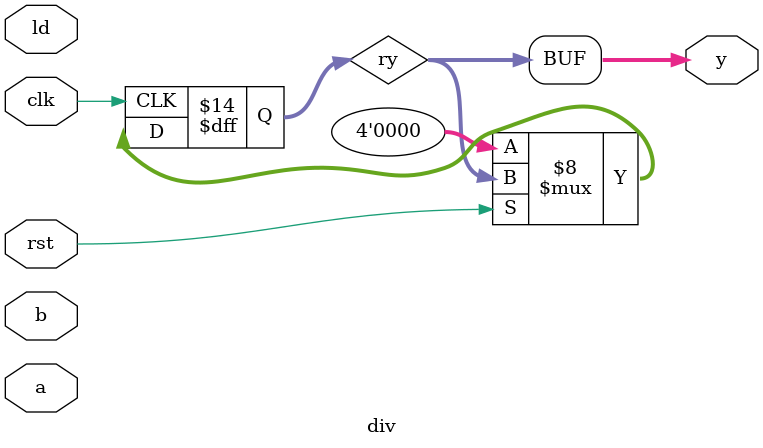
<source format=v>
`timescale 1ns/1ns

module div(clk, rst, ld, a, b, y);
	input        clk;
	input        rst;
	input        ld;
	input  [3:0] a;
	input  [3:0] b;
	output [3:0] y;
	
	reg [7:0] ra;
	reg [7:0] rb;
	reg [3:0] ry;
	
	wire [8:0] w_sub;
	
	assign w_sub = ra - rb;
	assign y = ry;
		
	always@(posedge clk) begin : reminder
		if(rst == 1'b0) begin
			ra <= 8'b00000000;
		/* write answer below */

		/* write answer above */
		end
	end
	
	always@(posedge clk) begin : divisor
		if(rst == 1'b0) begin
			rb <= 8'b00000000;
		/* write answer below */

		/* write answer above */
		end
	end
	
	always@(posedge clk) begin : quotient
		if(rst == 1'b0) begin
			ry <= 4'b0000;
		/* write answer below */

		/* write answer above */
		end
	end
		
endmodule

</source>
